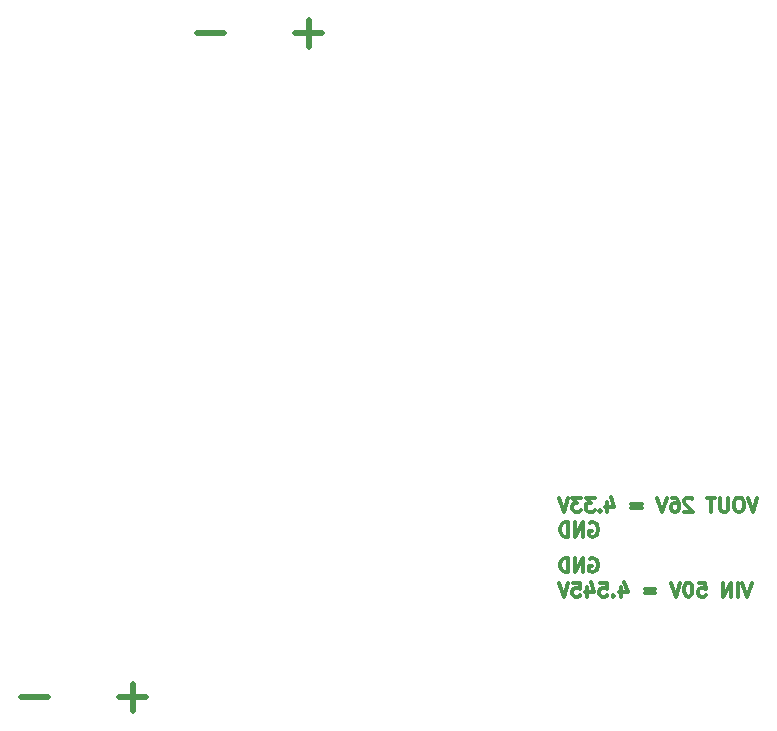
<source format=gbr>
%TF.GenerationSoftware,KiCad,Pcbnew,(5.1.7)-1*%
%TF.CreationDate,2021-06-07T18:47:12+03:00*%
%TF.ProjectId,SynchronousBuck,53796e63-6872-46f6-9e6f-75734275636b,rev?*%
%TF.SameCoordinates,Original*%
%TF.FileFunction,Legend,Bot*%
%TF.FilePolarity,Positive*%
%FSLAX46Y46*%
G04 Gerber Fmt 4.6, Leading zero omitted, Abs format (unit mm)*
G04 Created by KiCad (PCBNEW (5.1.7)-1) date 2021-06-07 18:47:12*
%MOMM*%
%LPD*%
G01*
G04 APERTURE LIST*
%ADD10C,0.300000*%
%ADD11C,0.500000*%
G04 APERTURE END LIST*
D10*
X127737857Y-104650000D02*
X127852142Y-104592857D01*
X128023571Y-104592857D01*
X128195000Y-104650000D01*
X128309285Y-104764285D01*
X128366428Y-104878571D01*
X128423571Y-105107142D01*
X128423571Y-105278571D01*
X128366428Y-105507142D01*
X128309285Y-105621428D01*
X128195000Y-105735714D01*
X128023571Y-105792857D01*
X127909285Y-105792857D01*
X127737857Y-105735714D01*
X127680714Y-105678571D01*
X127680714Y-105278571D01*
X127909285Y-105278571D01*
X127166428Y-105792857D02*
X127166428Y-104592857D01*
X126480714Y-105792857D01*
X126480714Y-104592857D01*
X125909285Y-105792857D02*
X125909285Y-104592857D01*
X125623571Y-104592857D01*
X125452142Y-104650000D01*
X125337857Y-104764285D01*
X125280714Y-104878571D01*
X125223571Y-105107142D01*
X125223571Y-105278571D01*
X125280714Y-105507142D01*
X125337857Y-105621428D01*
X125452142Y-105735714D01*
X125623571Y-105792857D01*
X125909285Y-105792857D01*
X141452142Y-106692857D02*
X141052142Y-107892857D01*
X140652142Y-106692857D01*
X140252142Y-107892857D02*
X140252142Y-106692857D01*
X139680714Y-107892857D02*
X139680714Y-106692857D01*
X138995000Y-107892857D01*
X138995000Y-106692857D01*
X136937857Y-106692857D02*
X137509285Y-106692857D01*
X137566428Y-107264285D01*
X137509285Y-107207142D01*
X137395000Y-107150000D01*
X137109285Y-107150000D01*
X136995000Y-107207142D01*
X136937857Y-107264285D01*
X136880714Y-107378571D01*
X136880714Y-107664285D01*
X136937857Y-107778571D01*
X136995000Y-107835714D01*
X137109285Y-107892857D01*
X137395000Y-107892857D01*
X137509285Y-107835714D01*
X137566428Y-107778571D01*
X136137857Y-106692857D02*
X136023571Y-106692857D01*
X135909285Y-106750000D01*
X135852142Y-106807142D01*
X135795000Y-106921428D01*
X135737857Y-107150000D01*
X135737857Y-107435714D01*
X135795000Y-107664285D01*
X135852142Y-107778571D01*
X135909285Y-107835714D01*
X136023571Y-107892857D01*
X136137857Y-107892857D01*
X136252142Y-107835714D01*
X136309285Y-107778571D01*
X136366428Y-107664285D01*
X136423571Y-107435714D01*
X136423571Y-107150000D01*
X136366428Y-106921428D01*
X136309285Y-106807142D01*
X136252142Y-106750000D01*
X136137857Y-106692857D01*
X135395000Y-106692857D02*
X134995000Y-107892857D01*
X134595000Y-106692857D01*
X133280714Y-107264285D02*
X132366428Y-107264285D01*
X132366428Y-107607142D02*
X133280714Y-107607142D01*
X130366428Y-107092857D02*
X130366428Y-107892857D01*
X130652142Y-106635714D02*
X130937857Y-107492857D01*
X130195000Y-107492857D01*
X129737857Y-107778571D02*
X129680714Y-107835714D01*
X129737857Y-107892857D01*
X129795000Y-107835714D01*
X129737857Y-107778571D01*
X129737857Y-107892857D01*
X128595000Y-106692857D02*
X129166428Y-106692857D01*
X129223571Y-107264285D01*
X129166428Y-107207142D01*
X129052142Y-107150000D01*
X128766428Y-107150000D01*
X128652142Y-107207142D01*
X128595000Y-107264285D01*
X128537857Y-107378571D01*
X128537857Y-107664285D01*
X128595000Y-107778571D01*
X128652142Y-107835714D01*
X128766428Y-107892857D01*
X129052142Y-107892857D01*
X129166428Y-107835714D01*
X129223571Y-107778571D01*
X127509285Y-107092857D02*
X127509285Y-107892857D01*
X127795000Y-106635714D02*
X128080714Y-107492857D01*
X127337857Y-107492857D01*
X126309285Y-106692857D02*
X126880714Y-106692857D01*
X126937857Y-107264285D01*
X126880714Y-107207142D01*
X126766428Y-107150000D01*
X126480714Y-107150000D01*
X126366428Y-107207142D01*
X126309285Y-107264285D01*
X126252142Y-107378571D01*
X126252142Y-107664285D01*
X126309285Y-107778571D01*
X126366428Y-107835714D01*
X126480714Y-107892857D01*
X126766428Y-107892857D01*
X126880714Y-107835714D01*
X126937857Y-107778571D01*
X125909285Y-106692857D02*
X125509285Y-107892857D01*
X125109285Y-106692857D01*
X141909285Y-99492857D02*
X141509285Y-100692857D01*
X141109285Y-99492857D01*
X140480714Y-99492857D02*
X140252142Y-99492857D01*
X140137857Y-99550000D01*
X140023571Y-99664285D01*
X139966428Y-99892857D01*
X139966428Y-100292857D01*
X140023571Y-100521428D01*
X140137857Y-100635714D01*
X140252142Y-100692857D01*
X140480714Y-100692857D01*
X140595000Y-100635714D01*
X140709285Y-100521428D01*
X140766428Y-100292857D01*
X140766428Y-99892857D01*
X140709285Y-99664285D01*
X140595000Y-99550000D01*
X140480714Y-99492857D01*
X139452142Y-99492857D02*
X139452142Y-100464285D01*
X139395000Y-100578571D01*
X139337857Y-100635714D01*
X139223571Y-100692857D01*
X138995000Y-100692857D01*
X138880714Y-100635714D01*
X138823571Y-100578571D01*
X138766428Y-100464285D01*
X138766428Y-99492857D01*
X138366428Y-99492857D02*
X137680714Y-99492857D01*
X138023571Y-100692857D02*
X138023571Y-99492857D01*
X136423571Y-99607142D02*
X136366428Y-99550000D01*
X136252142Y-99492857D01*
X135966428Y-99492857D01*
X135852142Y-99550000D01*
X135795000Y-99607142D01*
X135737857Y-99721428D01*
X135737857Y-99835714D01*
X135795000Y-100007142D01*
X136480714Y-100692857D01*
X135737857Y-100692857D01*
X134709285Y-99492857D02*
X134937857Y-99492857D01*
X135052142Y-99550000D01*
X135109285Y-99607142D01*
X135223571Y-99778571D01*
X135280714Y-100007142D01*
X135280714Y-100464285D01*
X135223571Y-100578571D01*
X135166428Y-100635714D01*
X135052142Y-100692857D01*
X134823571Y-100692857D01*
X134709285Y-100635714D01*
X134652142Y-100578571D01*
X134595000Y-100464285D01*
X134595000Y-100178571D01*
X134652142Y-100064285D01*
X134709285Y-100007142D01*
X134823571Y-99950000D01*
X135052142Y-99950000D01*
X135166428Y-100007142D01*
X135223571Y-100064285D01*
X135280714Y-100178571D01*
X134252142Y-99492857D02*
X133852142Y-100692857D01*
X133452142Y-99492857D01*
X132137857Y-100064285D02*
X131223571Y-100064285D01*
X131223571Y-100407142D02*
X132137857Y-100407142D01*
X129223571Y-99892857D02*
X129223571Y-100692857D01*
X129509285Y-99435714D02*
X129795000Y-100292857D01*
X129052142Y-100292857D01*
X128595000Y-100578571D02*
X128537857Y-100635714D01*
X128595000Y-100692857D01*
X128652142Y-100635714D01*
X128595000Y-100578571D01*
X128595000Y-100692857D01*
X128137857Y-99492857D02*
X127395000Y-99492857D01*
X127795000Y-99950000D01*
X127623571Y-99950000D01*
X127509285Y-100007142D01*
X127452142Y-100064285D01*
X127395000Y-100178571D01*
X127395000Y-100464285D01*
X127452142Y-100578571D01*
X127509285Y-100635714D01*
X127623571Y-100692857D01*
X127966428Y-100692857D01*
X128080714Y-100635714D01*
X128137857Y-100578571D01*
X126995000Y-99492857D02*
X126252142Y-99492857D01*
X126652142Y-99950000D01*
X126480714Y-99950000D01*
X126366428Y-100007142D01*
X126309285Y-100064285D01*
X126252142Y-100178571D01*
X126252142Y-100464285D01*
X126309285Y-100578571D01*
X126366428Y-100635714D01*
X126480714Y-100692857D01*
X126823571Y-100692857D01*
X126937857Y-100635714D01*
X126995000Y-100578571D01*
X125909285Y-99492857D02*
X125509285Y-100692857D01*
X125109285Y-99492857D01*
X127737857Y-101650000D02*
X127852142Y-101592857D01*
X128023571Y-101592857D01*
X128195000Y-101650000D01*
X128309285Y-101764285D01*
X128366428Y-101878571D01*
X128423571Y-102107142D01*
X128423571Y-102278571D01*
X128366428Y-102507142D01*
X128309285Y-102621428D01*
X128195000Y-102735714D01*
X128023571Y-102792857D01*
X127909285Y-102792857D01*
X127737857Y-102735714D01*
X127680714Y-102678571D01*
X127680714Y-102278571D01*
X127909285Y-102278571D01*
X127166428Y-102792857D02*
X127166428Y-101592857D01*
X126480714Y-102792857D01*
X126480714Y-101592857D01*
X125909285Y-102792857D02*
X125909285Y-101592857D01*
X125623571Y-101592857D01*
X125452142Y-101650000D01*
X125337857Y-101764285D01*
X125280714Y-101878571D01*
X125223571Y-102107142D01*
X125223571Y-102278571D01*
X125280714Y-102507142D01*
X125337857Y-102621428D01*
X125452142Y-102735714D01*
X125623571Y-102792857D01*
X125909285Y-102792857D01*
D11*
X105085714Y-60185714D02*
X102800000Y-60185714D01*
X103942857Y-59042857D02*
X103942857Y-61328571D01*
X96800000Y-60185714D02*
X94514285Y-60185714D01*
X90185714Y-116385714D02*
X87900000Y-116385714D01*
X89042857Y-115242857D02*
X89042857Y-117528571D01*
X81900000Y-116385714D02*
X79614285Y-116385714D01*
M02*

</source>
